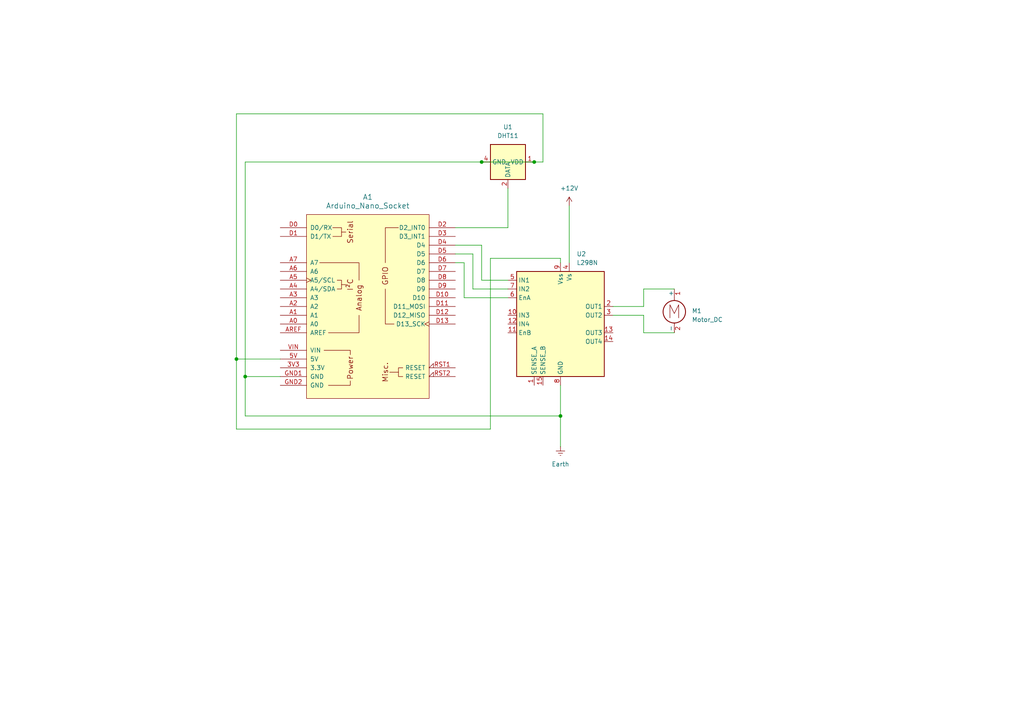
<source format=kicad_sch>
(kicad_sch (version 20250114) (generator "eeschema") (generator_version "9.0")
  (paper "A4")
  (lib_symbols
    (symbol "Driver_Motor:L298N"
      (property "Reference" "U" (at -10.16 16.51 0))
      (property "Value" "L298N" (at 12.7 16.51 0))
      (symbol "L298N_0_1"
        (rectangle (start -12.7 15.24) (end 12.7 -15.24) (stroke (width 0.254)) (fill (type background)))
      )
      (symbol "L298N_1_1"
        (pin input line (at -15.24 12.7 0) (length 2.54) (name "IN1") (number "5"))
        (pin input line (at -15.24 10.16 0) (length 2.54) (name "IN2") (number "7"))
        (pin input line (at -15.24 7.62 0) (length 2.54) (name "EnA") (number "6"))
        (pin input line (at -15.24 2.54 0) (length 2.54) (name "IN3") (number "10"))
        (pin input line (at -15.24 0 0) (length 2.54) (name "IN4") (number "12"))
        (pin input line (at -15.24 -2.54 0) (length 2.54) (name "EnB") (number "11"))
        (pin input line (at -7.62 -17.78 90) (length 2.54) (name "SENSE_A") (number "1"))
        (pin input line (at -5.08 -17.78 90) (length 2.54) (name "SENSE_B") (number "15"))
        (pin power_in line (at 0 17.78 270) (length 2.54) (name "Vss") (number "9"))
        (pin power_in line (at 0 -17.78 90) (length 2.54) (name "GND") (number "8"))
        (pin power_in line (at 2.54 17.78 270) (length 2.54) (name "Vs") (number "4"))
        (pin output line (at 15.24 5.08 180) (length 2.54) (name "OUT1") (number "2"))
        (pin output line (at 15.24 2.54 180) (length 2.54) (name "OUT2") (number "3"))
        (pin output line (at 15.24 -2.54 180) (length 2.54) (name "OUT3") (number "13"))
        (pin output line (at 15.24 -5.08 180) (length 2.54) (name "OUT4") (number "14"))
      )
    )
    (symbol "Motor:Motor_DC" (pin_names (offset 0))
      (property "Reference" "M" (at 2.54 2.54 0))
      (property "Value" "Motor_DC" (at 2.54 -5.08 0))
      (symbol "Motor_DC_0_0"
        (polyline (pts (xy -1.27 -3.302) (xy -1.27 0.508) (xy 0 -2.032) (xy 1.27 0.508) (xy 1.27 -3.302)))
      )
      (symbol "Motor_DC_0_1"
        (polyline (pts (xy 0 2.032) (xy 0 2.54)))
        (polyline (pts (xy 0 1.7272) (xy 0 2.0828)))
        (circle (center 0 -1.524) (radius 3.2512) (stroke (width 0.254)))
        (polyline (pts (xy 0 -4.7752) (xy 0 -5.1816)))
        (polyline (pts (xy 0 -7.62) (xy 0 -7.112)))
      )
      (symbol "Motor_DC_1_1"
        (pin passive line (at 0 5.08 270) (length 2.54) (name "+") (number "1"))
        (pin passive line (at 0 -7.62 90) (length 2.54) (name "-") (number "2"))
      )
    )
    (symbol "Sensor:DHT11"
      (property "Reference" "U" (at -3.81 6.35 0))
      (property "Value" "DHT11" (at 3.81 6.35 0))
      (symbol "DHT11_0_1"
        (rectangle (start -5.08 5.08) (end 5.08 -5.08) (stroke (width 0.254)) (fill (type background)))
      )
      (symbol "DHT11_1_1"
        (pin no_connect line (at -5.08 0 0) (length 2.54) (hide yes) (name "NC") (number "3"))
        (pin power_in line (at 0 7.62 270) (length 2.54) (name "VDD") (number "1"))
        (pin power_in line (at 0 -7.62 90) (length 2.54) (name "GND") (number "4"))
        (pin bidirectional line (at 7.62 0 180) (length 2.54) (name "DATA") (number "2"))
      )
    )
    (symbol "arduino-library:Arduino_Nano_Socket" (pin_names (offset 1.016))
      (property "Reference" "A" (at 0 33.02 0))
      (property "Value" "Arduino_Nano_Socket" (at 0 29.21 0))
      (symbol "Arduino_Nano_Socket_0_0"
        (rectangle (start -17.78 26.67) (end 17.78 -26.67) (fill (type background)))
        (polyline (pts (xy -11.43 -22.86) (xy -5.08 -22.86) (xy -5.08 -21.59)))
        (polyline (pts (xy -10.16 22.86) (xy -7.62 22.86) (xy -7.62 20.32) (xy -10.16 20.32)))
        (polyline (pts (xy -8.89 7.62) (xy -7.62 7.62) (xy -7.62 5.08) (xy -8.89 5.08)))
        (polyline (pts (xy -7.62 21.59) (xy -6.35 21.59)))
        (polyline (pts (xy -7.62 6.35) (xy -6.35 6.35)))
        (polyline (pts (xy -5.08 -13.97) (xy -5.08 -12.7) (xy -12.7 -12.7)))
        (polyline (pts (xy 8.89 -19.05) (xy 6.35 -19.05)))
        (text "Serial" (at -5.08 21.59 900) (effects (font (size 1.524 1.524))))
        (text "I²C" (at -5.08 6.35 900) (effects (font (size 1.524 1.524))))
        (text "Power" (at -5.08 -17.78 900) (effects (font (size 1.524 1.524))))
        (text "Analog" (at -2.54 2.54 900) (effects (font (size 1.524 1.524))))
        (text "Misc." (at 5.08 -19.05 900) (effects (font (size 1.524 1.524))))
      )
      (symbol "Arduino_Nano_Socket_0_1"
        (polyline (pts (xy -13.97 12.7) (xy -2.54 12.7) (xy -2.54 7.62)))
        (polyline (pts (xy -11.43 -7.62) (xy -2.54 -7.62) (xy -2.54 -2.54)))
        (polyline (pts (xy 7.62 -5.08) (xy 5.08 -5.08) (xy 5.08 5.08)))
        (polyline (pts (xy 8.89 22.86) (xy 5.08 22.86) (xy 5.08 12.7)))
        (polyline (pts (xy 10.16 -17.78) (xy 8.89 -17.78) (xy 8.89 -20.32) (xy 10.16 -20.32)))
      )
      (symbol "Arduino_Nano_Socket_1_0"
        (text "GPIO" (at 5.08 8.89 900) (effects (font (size 1.524 1.524))))
      )
      (symbol "Arduino_Nano_Socket_1_1"
        (pin bidirectional line (at -25.4 22.86 0) (length 7.62) (name "D0/RX") (number "D0"))
        (pin bidirectional line (at -25.4 20.32 0) (length 7.62) (name "D1/TX") (number "D1"))
        (pin input line (at -25.4 12.7 0) (length 7.62) (name "A7") (number "A7"))
        (pin input line (at -25.4 10.16 0) (length 7.62) (name "A6") (number "A6"))
        (pin bidirectional clock (at -25.4 7.62 0) (length 7.62) (name "A5/SCL") (number "A5"))
        (pin bidirectional line (at -25.4 5.08 0) (length 7.62) (name "A4/SDA") (number "A4"))
        (pin bidirectional line (at -25.4 2.54 0) (length 7.62) (name "A3") (number "A3"))
        (pin bidirectional line (at -25.4 0 0) (length 7.62) (name "A2") (number "A2"))
        (pin bidirectional line (at -25.4 -2.54 0) (length 7.62) (name "A1") (number "A1"))
        (pin bidirectional line (at -25.4 -5.08 0) (length 7.62) (name "A0") (number "A0"))
        (pin input line (at -25.4 -7.62 0) (length 7.62) (name "AREF") (number "AREF"))
        (pin power_in line (at -25.4 -12.7 0) (length 7.62) (name "VIN") (number "VIN"))
        (pin power_in line (at -25.4 -15.24 0) (length 7.62) (name "5V") (number "5V"))
        (pin power_out line (at -25.4 -17.78 0) (length 7.62) (name "3.3V") (number "3V3"))
        (pin power_in line (at -25.4 -20.32 0) (length 7.62) (name "GND") (number "GND1"))
        (pin power_in line (at -25.4 -22.86 0) (length 7.62) (name "GND") (number "GND2"))
        (pin bidirectional line (at 25.4 22.86 180) (length 7.62) (name "D2_INT0") (number "D2"))
        (pin bidirectional line (at 25.4 20.32 180) (length 7.62) (name "D3_INT1") (number "D3"))
        (pin bidirectional line (at 25.4 17.78 180) (length 7.62) (name "D4") (number "D4"))
        (pin bidirectional line (at 25.4 15.24 180) (length 7.62) (name "D5") (number "D5"))
        (pin bidirectional line (at 25.4 12.7 180) (length 7.62) (name "D6") (number "D6"))
        (pin bidirectional line (at 25.4 10.16 180) (length 7.62) (name "D7") (number "D7"))
        (pin bidirectional line (at 25.4 7.62 180) (length 7.62) (name "D8") (number "D8"))
        (pin bidirectional line (at 25.4 5.08 180) (length 7.62) (name "D9") (number "D9"))
        (pin bidirectional line (at 25.4 2.54 180) (length 7.62) (name "D10") (number "D10"))
        (pin bidirectional line (at 25.4 0 180) (length 7.62) (name "D11_MOSI") (number "D11"))
        (pin bidirectional line (at 25.4 -2.54 180) (length 7.62) (name "D12_MISO") (number "D12"))
        (pin bidirectional clock (at 25.4 -5.08 180) (length 7.62) (name "D13_SCK") (number "D13"))
        (pin open_collector input_low (at 25.4 -17.78 180) (length 7.62) (name "RESET") (number "RST1"))
        (pin open_collector input_low (at 25.4 -20.32 180) (length 7.62) (name "RESET") (number "RST2"))
      )
    )
    (symbol "power:+12V" (power) (pin_numbers (hide yes)) (pin_names (offset 0) (hide yes))
      (property "Value" "+12V" (at 0 3.556 0))
      (symbol "+12V_0_1"
        (polyline (pts (xy -0.762 1.27) (xy 0 2.54)))
        (polyline (pts (xy 0 2.54) (xy 0.762 1.27)))
        (polyline (pts (xy 0 0) (xy 0 2.54)))
      )
      (symbol "+12V_1_1"
        (pin power_in line (at 0 0 90) (length 0) (name "~") (number "1"))
      )
    )
    (symbol "power:Earth" (power) (pin_numbers (hide yes)) (pin_names (offset 0) (hide yes))
      (property "Value" "Earth" (at 0 -3.81 0))
      (symbol "Earth_0_1"
        (polyline (pts (xy -0.635 -1.905) (xy 0.635 -1.905)))
        (polyline (pts (xy -0.127 -2.54) (xy 0.127 -2.54)))
        (polyline (pts (xy 0 -1.27) (xy 0 0)))
        (polyline (pts (xy 1.27 -1.27) (xy -1.27 -1.27)))
      )
      (symbol "Earth_1_1"
        (pin power_in line (at 0 0 270) (length 0) (name "~") (number "1"))
      )
    )
  )
  (junction (at 68.58 104.14))
  (junction (at 139.7 46.99))
  (junction (at 154.94 46.99))
  (junction (at 71.12 109.22))
  (junction (at 162.56 120.65))
  (wire (pts (xy 147.32 54.61) (xy 147.32 66.04)))
  (wire (pts (xy 162.56 120.65) (xy 71.12 120.65)))
  (wire (pts (xy 177.8 88.9) (xy 186.69 88.9)))
  (wire (pts (xy 71.12 109.22) (xy 81.28 109.22)))
  (wire (pts (xy 68.58 124.46) (xy 68.58 104.14)))
  (wire (pts (xy 134.62 86.36) (xy 147.32 86.36)))
  (wire (pts (xy 139.7 46.99) (xy 71.12 46.99)))
  (wire (pts (xy 142.24 74.93) (xy 142.24 124.46)))
  (wire (pts (xy 139.7 46.99) (xy 154.94 46.99)))
  (wire (pts (xy 165.1 59.69) (xy 165.1 76.2)))
  (wire (pts (xy 147.32 66.04) (xy 132.08 66.04)))
  (wire (pts (xy 162.56 76.2) (xy 162.56 74.93)))
  (wire (pts (xy 186.69 83.82) (xy 195.58 83.82)))
  (wire (pts (xy 68.58 104.14) (xy 81.28 104.14)))
  (wire (pts (xy 137.16 83.82) (xy 137.16 73.66)))
  (wire (pts (xy 142.24 124.46) (xy 68.58 124.46)))
  (wire (pts (xy 71.12 46.99) (xy 71.12 109.22)))
  (wire (pts (xy 162.56 120.65) (xy 162.56 129.54)))
  (wire (pts (xy 139.7 71.12) (xy 132.08 71.12)))
  (wire (pts (xy 157.48 33.02) (xy 68.58 33.02)))
  (wire (pts (xy 154.94 46.99) (xy 157.48 46.99)))
  (wire (pts (xy 186.69 88.9) (xy 186.69 83.82)))
  (wire (pts (xy 177.8 91.44) (xy 186.69 91.44)))
  (wire (pts (xy 139.7 81.28) (xy 139.7 71.12)))
  (wire (pts (xy 132.08 76.2) (xy 134.62 76.2)))
  (wire (pts (xy 162.56 74.93) (xy 142.24 74.93)))
  (wire (pts (xy 132.08 73.66) (xy 137.16 73.66)))
  (wire (pts (xy 71.12 109.22) (xy 71.12 120.65)))
  (wire (pts (xy 68.58 33.02) (xy 68.58 104.14)))
  (wire (pts (xy 147.32 81.28) (xy 139.7 81.28)))
  (wire (pts (xy 186.69 96.52) (xy 195.58 96.52)))
  (wire (pts (xy 186.69 91.44) (xy 186.69 96.52)))
  (wire (pts (xy 162.56 111.76) (xy 162.56 120.65)))
  (wire (pts (xy 134.62 76.2) (xy 134.62 86.36)))
  (wire (pts (xy 147.32 83.82) (xy 137.16 83.82)))
  (wire (pts (xy 157.48 46.99) (xy 157.48 33.02)))
  (symbol (lib_id "power:Earth") (at 162.56 129.54 0) (unit 1)
    (property "Reference" "#PWR02" (effects (hide yes)))
    (property "Value" "Earth" (at 162.56 134.62 0))
    (property "Description" "Power symbol creates a global label with name \"Earth\"" (effects (hide yes)))
  )
  (symbol (lib_id "power:+12V") (at 165.1 59.69 0) (unit 1)
    (property "Reference" "#PWR01" (effects (hide yes)))
    (property "Value" "+12V" (at 165.1 54.61 0))
    (property "Description" "Power symbol creates a global label with name \"+12V\"" (effects (hide yes)))
  )
  (symbol (lib_id "Sensor:DHT11") (at 147.32 46.99 270) (unit 1)
    (property "Reference" "U1" (at 147.32 36.83 90))
    (property "Value" "DHT11" (at 147.32 39.37 90))
    (property "Footprint" "Sensor:Aosong_DHT11_5.5x12.0_P2.54mm" (effects (hide yes)))
    (property "Datasheet" "http://akizukidenshi.com/download/ds/aosong/DHT11.pdf" (effects (hide yes)))
    (property "Description" "3.3V to 5.5V, temperature and humidity module, DHT11" (effects (hide yes)))
  )
  (symbol (lib_id "Driver_Motor:L298N") (at 162.56 93.98 0) (unit 1)
    (property "Reference" "U2" (at 167.2433 73.66 0) (effects (justify left)))
    (property "Value" "L298N" (at 167.2433 76.2 0) (effects (justify left)))
    (property "Footprint" "Package_TO_SOT_THT:TO-220-15_P2.54x5.08mm_StaggerOdd_Lead4.58mm_Vertical" (effects (hide yes)))
    (property "Datasheet" "http://www.st.com/st-web-ui/static/active/en/resource/technical/document/datasheet/CD00000240.pdf" (effects (hide yes)))
    (property "Description" "Dual full bridge motor driver, up to 46V, 4A, Multiwatt15-V" (effects (hide yes)))
  )
  (symbol (lib_id "Motor:Motor_DC") (at 195.58 88.9 0) (unit 1)
    (property "Reference" "M1" (at 200.66 90.1699 0) (effects (justify left)))
    (property "Value" "Motor_DC" (at 200.66 92.7099 0) (effects (justify left)))
    (property "Description" "DC Motor" (effects (hide yes)))
  )
  (symbol (lib_id "arduino-library:Arduino_Nano_Socket") (at 106.68 88.9 0) (unit 1)
    (property "Reference" "A1" (at 106.68 57.15 0) (effects (font (size 1.524 1.524))))
    (property "Value" "Arduino_Nano_Socket" (at 106.68 59.69 0) (effects (font (size 1.524 1.524))))
    (property "Footprint" "PCM_arduino-library:Arduino_Nano_Socket" (effects (hide yes)))
    (property "Datasheet" "https://docs.arduino.cc/hardware/nano" (effects (hide yes)))
    (property "Description" "Socket for Arduino Nano" (effects (hide yes)))
  )
)
</source>
